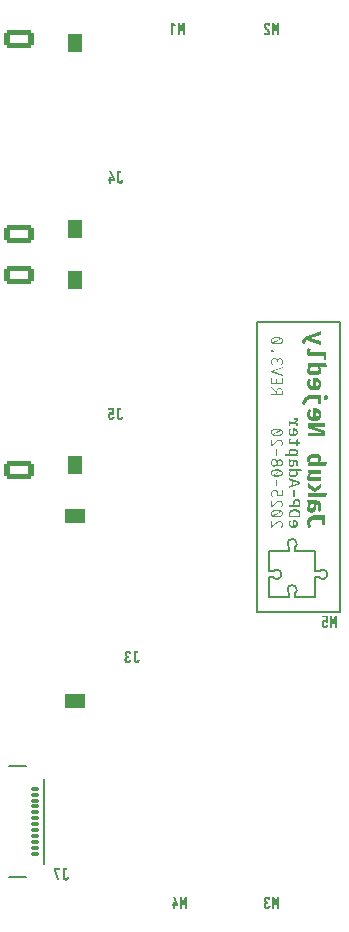
<source format=gbo>
G04 #@! TF.GenerationSoftware,KiCad,Pcbnew,9.0.4*
G04 #@! TF.CreationDate,2025-08-21T00:06:41-07:00*
G04 #@! TF.ProjectId,DisplayAdapter,44697370-6c61-4794-9164-61707465722e,rev?*
G04 #@! TF.SameCoordinates,Original*
G04 #@! TF.FileFunction,Legend,Bot*
G04 #@! TF.FilePolarity,Positive*
%FSLAX46Y46*%
G04 Gerber Fmt 4.6, Leading zero omitted, Abs format (unit mm)*
G04 Created by KiCad (PCBNEW 9.0.4) date 2025-08-21 00:06:41*
%MOMM*%
%LPD*%
G01*
G04 APERTURE LIST*
G04 Aperture macros list*
%AMRoundRect*
0 Rectangle with rounded corners*
0 $1 Rounding radius*
0 $2 $3 $4 $5 $6 $7 $8 $9 X,Y pos of 4 corners*
0 Add a 4 corners polygon primitive as box body*
4,1,4,$2,$3,$4,$5,$6,$7,$8,$9,$2,$3,0*
0 Add four circle primitives for the rounded corners*
1,1,$1+$1,$2,$3*
1,1,$1+$1,$4,$5*
1,1,$1+$1,$6,$7*
1,1,$1+$1,$8,$9*
0 Add four rect primitives between the rounded corners*
20,1,$1+$1,$2,$3,$4,$5,0*
20,1,$1+$1,$4,$5,$6,$7,0*
20,1,$1+$1,$6,$7,$8,$9,0*
20,1,$1+$1,$8,$9,$2,$3,0*%
G04 Aperture macros list end*
%ADD10C,0.150000*%
%ADD11C,0.100000*%
%ADD12C,0.375000*%
%ADD13C,0.200000*%
%ADD14C,0.990600*%
%ADD15C,1.200000*%
%ADD16RoundRect,0.600000X0.450000X-0.000010X0.450000X0.000010X-0.450000X0.000010X-0.450000X-0.000010X0*%
%ADD17RoundRect,0.600000X0.850000X-0.000010X0.850000X0.000010X-0.850000X0.000010X-0.850000X-0.000010X0*%
%ADD18C,0.350000*%
%ADD19RoundRect,0.087500X0.212500X-0.087500X0.212500X0.087500X-0.212500X0.087500X-0.212500X-0.087500X0*%
%ADD20O,0.850000X1.100000*%
%ADD21C,0.550000*%
%ADD22C,0.450000*%
%ADD23O,1.800000X1.150000*%
%ADD24O,2.000000X1.140000*%
%ADD25O,1.600000X1.000000*%
%ADD26O,2.000000X1.150000*%
%ADD27C,1.520000*%
%ADD28RoundRect,0.225000X1.025000X-0.525000X1.025000X0.525000X-1.025000X0.525000X-1.025000X-0.525000X0*%
%ADD29RoundRect,0.750000X-0.600000X-0.000010X0.600000X-0.000010X0.600000X0.000010X-0.600000X0.000010X0*%
%ADD30C,5.300000*%
G04 APERTURE END LIST*
D10*
G36*
X55786147Y-94626174D02*
G01*
X55856794Y-94619152D01*
X55891193Y-94609333D01*
X55922557Y-94593995D01*
X55950946Y-94573620D01*
X55976412Y-94548565D01*
X55997917Y-94519864D01*
X56014880Y-94488421D01*
X56027639Y-94454951D01*
X56036557Y-94420521D01*
X56043579Y-94350607D01*
X56043579Y-94342180D01*
X55851909Y-94342180D01*
X55851909Y-94344989D01*
X55849833Y-94383457D01*
X55840735Y-94420521D01*
X55831991Y-94437637D01*
X55819730Y-94452700D01*
X55804282Y-94463200D01*
X55786147Y-94466683D01*
X55771680Y-94464092D01*
X55758853Y-94456242D01*
X55739985Y-94432428D01*
X55729483Y-94404462D01*
X55723193Y-94375092D01*
X55719713Y-94344989D01*
X55718980Y-94314214D01*
X55718980Y-93746228D01*
X55868701Y-93746228D01*
X55868701Y-93586737D01*
X55528715Y-93586737D01*
X55528715Y-94314214D01*
X55532928Y-94390479D01*
X55539387Y-94428318D01*
X55550392Y-94464607D01*
X55566059Y-94499235D01*
X55586784Y-94532445D01*
X55612086Y-94562112D01*
X55641372Y-94586301D01*
X55674226Y-94604834D01*
X55709882Y-94617076D01*
X55747358Y-94623884D01*
X55786147Y-94626174D01*
G37*
G36*
X55046030Y-94626174D02*
G01*
X55120890Y-94619884D01*
X55157234Y-94611163D01*
X55192270Y-94597536D01*
X55224884Y-94578854D01*
X55254491Y-94554855D01*
X55280092Y-94526576D01*
X55300653Y-94495382D01*
X55316388Y-94461528D01*
X55327276Y-94425467D01*
X55333554Y-94388152D01*
X55335641Y-94350607D01*
X55335641Y-94342180D01*
X55143971Y-94342180D01*
X55143971Y-94346393D01*
X55139087Y-94389075D01*
X55132274Y-94409892D01*
X55121623Y-94428948D01*
X55107107Y-94445010D01*
X55088711Y-94456913D01*
X55067894Y-94464243D01*
X55046030Y-94466683D01*
X55023048Y-94463562D01*
X55001273Y-94454105D01*
X54982473Y-94439518D01*
X54968422Y-94421254D01*
X54958461Y-94400128D01*
X54952302Y-94377168D01*
X54948089Y-94329602D01*
X54951630Y-94286920D01*
X54963537Y-94245643D01*
X54986618Y-94209984D01*
X55002498Y-94195460D01*
X55020873Y-94184094D01*
X55061478Y-94171516D01*
X55104832Y-94168707D01*
X55104832Y-94009216D01*
X55066363Y-94007140D01*
X55048011Y-94003109D01*
X55030643Y-93995233D01*
X55001273Y-93970748D01*
X54981733Y-93937897D01*
X54972635Y-93900833D01*
X54970498Y-93862304D01*
X54973307Y-93821088D01*
X54984542Y-93781887D01*
X54994796Y-93764307D01*
X55009027Y-93749036D01*
X55026351Y-93738487D01*
X55046030Y-93734993D01*
X55064769Y-93738097D01*
X55082422Y-93747632D01*
X55097240Y-93761588D01*
X55107640Y-93777735D01*
X55118814Y-93814799D01*
X55121623Y-93855343D01*
X55121623Y-93859556D01*
X55313232Y-93859556D01*
X55313232Y-93848321D01*
X55305538Y-93776331D01*
X55295888Y-93741397D01*
X55282457Y-93708431D01*
X55264689Y-93677746D01*
X55241913Y-93649691D01*
X55215078Y-93625472D01*
X55185248Y-93606338D01*
X55152775Y-93592014D01*
X55118082Y-93582524D01*
X55046030Y-93575502D01*
X54973307Y-93582524D01*
X54938070Y-93592370D01*
X54905468Y-93607742D01*
X54875796Y-93628285D01*
X54849476Y-93653904D01*
X54827210Y-93683190D01*
X54809603Y-93714781D01*
X54796147Y-93748311D01*
X54786522Y-93783292D01*
X54778828Y-93855343D01*
X54785850Y-93923914D01*
X54794935Y-93956630D01*
X54808199Y-93987540D01*
X54825487Y-94016374D01*
X54846667Y-94042800D01*
X54871293Y-94066182D01*
X54899179Y-94086153D01*
X54867161Y-94106460D01*
X54838301Y-94130971D01*
X54813103Y-94159134D01*
X54792140Y-94190444D01*
X54775855Y-94224339D01*
X54764845Y-94260359D01*
X54758523Y-94297631D01*
X54756419Y-94335219D01*
X54758531Y-94374072D01*
X54764845Y-94412156D01*
X54775481Y-94449151D01*
X54790735Y-94484879D01*
X54810658Y-94518114D01*
X54835493Y-94547833D01*
X54864555Y-94573377D01*
X54897042Y-94593995D01*
X54932222Y-94609396D01*
X54969094Y-94619152D01*
X55046030Y-94626174D01*
G37*
G36*
X49786147Y-113026174D02*
G01*
X49856794Y-113019152D01*
X49891193Y-113009333D01*
X49922557Y-112993995D01*
X49950946Y-112973620D01*
X49976412Y-112948565D01*
X49997917Y-112919864D01*
X50014880Y-112888421D01*
X50027639Y-112854951D01*
X50036557Y-112820521D01*
X50043579Y-112750607D01*
X50043579Y-112742180D01*
X49851909Y-112742180D01*
X49851909Y-112744989D01*
X49849833Y-112783457D01*
X49840735Y-112820521D01*
X49831991Y-112837637D01*
X49819730Y-112852700D01*
X49804282Y-112863200D01*
X49786147Y-112866683D01*
X49771680Y-112864092D01*
X49758853Y-112856242D01*
X49739985Y-112832428D01*
X49729483Y-112804462D01*
X49723193Y-112775092D01*
X49719713Y-112744989D01*
X49718980Y-112714214D01*
X49718980Y-112146228D01*
X49868701Y-112146228D01*
X49868701Y-111986737D01*
X49528715Y-111986737D01*
X49528715Y-112714214D01*
X49532928Y-112790479D01*
X49539387Y-112828318D01*
X49550392Y-112864607D01*
X49566059Y-112899235D01*
X49586784Y-112932445D01*
X49612086Y-112962112D01*
X49641372Y-112986301D01*
X49674226Y-113004834D01*
X49709882Y-113017076D01*
X49747358Y-113023884D01*
X49786147Y-113026174D01*
G37*
G36*
X49222312Y-113015000D02*
G01*
X48974711Y-112146228D01*
X49321658Y-112146228D01*
X49321658Y-111986737D01*
X48778828Y-111986737D01*
X48778828Y-112146228D01*
X49026430Y-113015000D01*
X49222312Y-113015000D01*
G37*
G36*
X54386147Y-74026174D02*
G01*
X54456794Y-74019152D01*
X54491193Y-74009333D01*
X54522557Y-73993995D01*
X54550946Y-73973620D01*
X54576412Y-73948565D01*
X54597917Y-73919864D01*
X54614880Y-73888421D01*
X54627639Y-73854951D01*
X54636557Y-73820521D01*
X54643579Y-73750607D01*
X54643579Y-73742180D01*
X54451909Y-73742180D01*
X54451909Y-73744989D01*
X54449833Y-73783457D01*
X54440735Y-73820521D01*
X54431991Y-73837637D01*
X54419730Y-73852700D01*
X54404282Y-73863200D01*
X54386147Y-73866683D01*
X54371680Y-73864092D01*
X54358853Y-73856242D01*
X54339985Y-73832428D01*
X54329483Y-73804462D01*
X54323193Y-73775092D01*
X54319713Y-73744989D01*
X54318980Y-73714214D01*
X54318980Y-73146228D01*
X54468701Y-73146228D01*
X54468701Y-72986737D01*
X54128715Y-72986737D01*
X54128715Y-73714214D01*
X54132928Y-73790479D01*
X54139387Y-73828318D01*
X54150392Y-73864607D01*
X54166059Y-73899235D01*
X54186784Y-73932445D01*
X54212086Y-73962112D01*
X54241372Y-73986301D01*
X54274226Y-74004834D01*
X54309882Y-74017076D01*
X54347358Y-74023884D01*
X54386147Y-74026174D01*
G37*
G36*
X53646030Y-74026174D02*
G01*
X53717410Y-74019884D01*
X53751649Y-74011168D01*
X53784577Y-73997536D01*
X53815173Y-73979164D01*
X53842646Y-73956259D01*
X53866448Y-73929588D01*
X53885999Y-73900266D01*
X53901368Y-73868628D01*
X53912560Y-73835237D01*
X53924467Y-73764590D01*
X53731393Y-73764590D01*
X53725104Y-73800982D01*
X53709716Y-73834504D01*
X53697656Y-73848139D01*
X53682422Y-73858318D01*
X53665026Y-73864569D01*
X53646030Y-73866683D01*
X53628582Y-73864087D01*
X53612447Y-73856242D01*
X53598477Y-73844365D01*
X53587290Y-73829680D01*
X53572635Y-73795364D01*
X53564209Y-73758972D01*
X53560057Y-73722641D01*
X53559324Y-73686249D01*
X53560057Y-73648452D01*
X53563537Y-73612793D01*
X53571231Y-73577805D01*
X53585214Y-73544282D01*
X53609027Y-73516988D01*
X53624598Y-73508552D01*
X53641878Y-73505753D01*
X53671981Y-73509966D01*
X53685589Y-73515914D01*
X53697138Y-73525354D01*
X53713197Y-73551243D01*
X53718814Y-73581285D01*
X53910484Y-73581285D01*
X53910484Y-72986737D01*
X53405390Y-72986737D01*
X53405390Y-73146228D01*
X53718814Y-73146228D01*
X53718814Y-73353285D01*
X53681018Y-73347667D01*
X53641878Y-73346263D01*
X53600220Y-73348890D01*
X53559324Y-73356765D01*
X53520510Y-73370664D01*
X53485868Y-73391081D01*
X53455387Y-73417497D01*
X53429203Y-73449822D01*
X53407778Y-73485785D01*
X53391407Y-73523278D01*
X53379716Y-73562375D01*
X53372539Y-73603023D01*
X53367654Y-73686249D01*
X53372539Y-73769474D01*
X53379873Y-73810197D01*
X53392140Y-73849952D01*
X53409232Y-73887848D01*
X53431280Y-73923408D01*
X53458118Y-73955132D01*
X53489348Y-73981477D01*
X53524699Y-74001831D01*
X53564209Y-74015671D01*
X53605546Y-74023579D01*
X53646030Y-74026174D01*
G37*
D11*
G36*
X72747731Y-91615000D02*
G01*
X72747731Y-90586737D01*
X72568701Y-90586737D01*
X72449755Y-91069361D01*
X72330808Y-90586737D01*
X72151778Y-90586737D01*
X72151778Y-91615000D01*
X72325252Y-91615000D01*
X72325252Y-91409347D01*
X72323176Y-91281364D01*
X72316154Y-91154724D01*
X72304980Y-91028145D01*
X72291669Y-90901505D01*
X72392419Y-91305788D01*
X72507091Y-91305788D01*
X72607841Y-90901505D01*
X72594530Y-91028145D01*
X72583356Y-91154724D01*
X72576395Y-91281364D01*
X72574258Y-91409347D01*
X72574258Y-91615000D01*
X72747731Y-91615000D01*
G37*
G36*
X71746030Y-91626174D02*
G01*
X71817410Y-91619884D01*
X71851649Y-91611168D01*
X71884577Y-91597536D01*
X71915173Y-91579164D01*
X71942646Y-91556259D01*
X71966448Y-91529588D01*
X71985999Y-91500266D01*
X72001368Y-91468628D01*
X72012560Y-91435237D01*
X72024467Y-91364590D01*
X71831393Y-91364590D01*
X71825104Y-91400982D01*
X71809716Y-91434504D01*
X71797656Y-91448139D01*
X71782422Y-91458318D01*
X71765026Y-91464569D01*
X71746030Y-91466683D01*
X71728582Y-91464087D01*
X71712447Y-91456242D01*
X71698477Y-91444365D01*
X71687290Y-91429680D01*
X71672635Y-91395364D01*
X71664209Y-91358972D01*
X71660057Y-91322641D01*
X71659324Y-91286249D01*
X71660057Y-91248452D01*
X71663537Y-91212793D01*
X71671231Y-91177805D01*
X71685214Y-91144282D01*
X71709027Y-91116988D01*
X71724598Y-91108552D01*
X71741878Y-91105753D01*
X71771981Y-91109966D01*
X71785589Y-91115914D01*
X71797138Y-91125354D01*
X71813197Y-91151243D01*
X71818814Y-91181285D01*
X72010484Y-91181285D01*
X72010484Y-90586737D01*
X71505390Y-90586737D01*
X71505390Y-90746228D01*
X71818814Y-90746228D01*
X71818814Y-90953285D01*
X71781018Y-90947667D01*
X71741878Y-90946263D01*
X71700220Y-90948890D01*
X71659324Y-90956765D01*
X71620510Y-90970664D01*
X71585868Y-90991081D01*
X71555387Y-91017497D01*
X71529203Y-91049822D01*
X71507778Y-91085785D01*
X71491407Y-91123278D01*
X71479716Y-91162375D01*
X71472539Y-91203023D01*
X71467654Y-91286249D01*
X71472539Y-91369474D01*
X71479873Y-91410197D01*
X71492140Y-91449952D01*
X71509232Y-91487848D01*
X71531280Y-91523408D01*
X71558118Y-91555132D01*
X71589348Y-91581477D01*
X71624699Y-91601831D01*
X71664209Y-91615671D01*
X71705546Y-91623579D01*
X71746030Y-91626174D01*
G37*
G36*
X68170113Y-82865867D02*
G01*
X68165936Y-82808375D01*
X68154025Y-82758430D01*
X68134942Y-82714802D01*
X68108339Y-82675380D01*
X68076173Y-82642797D01*
X68037978Y-82616434D01*
X67995590Y-82597327D01*
X67948757Y-82585612D01*
X67896561Y-82581568D01*
X67827145Y-82587651D01*
X67759052Y-82605992D01*
X67692564Y-82636537D01*
X67618368Y-82684272D01*
X67544121Y-82743473D01*
X67455397Y-82824651D01*
X67363666Y-82916727D01*
X67251821Y-83036043D01*
X67251821Y-82558609D01*
X67170000Y-82570821D01*
X67170000Y-83136549D01*
X67249684Y-83136549D01*
X67442819Y-82940544D01*
X67587472Y-82808469D01*
X67649194Y-82760805D01*
X67700556Y-82728053D01*
X67751702Y-82703245D01*
X67798192Y-82688241D01*
X67845750Y-82679922D01*
X67897294Y-82677067D01*
X67955561Y-82683202D01*
X68002053Y-82700313D01*
X68039382Y-82727686D01*
X68067454Y-82764421D01*
X68084879Y-82809883D01*
X68091100Y-82866599D01*
X68087888Y-82918403D01*
X68079085Y-82959913D01*
X68065638Y-82992995D01*
X68034228Y-83039396D01*
X67984183Y-83090631D01*
X68036573Y-83156638D01*
X68080506Y-83114470D01*
X68114065Y-83071857D01*
X68138483Y-83028532D01*
X68155554Y-82981795D01*
X68166319Y-82927979D01*
X68170113Y-82865867D01*
G37*
G36*
X67789487Y-81651494D02*
G01*
X67891761Y-81667906D01*
X67973948Y-81692803D01*
X68039443Y-81724825D01*
X68087309Y-81760301D01*
X68123317Y-81800629D01*
X68148907Y-81846314D01*
X68164632Y-81898427D01*
X68170113Y-81958504D01*
X68164648Y-82018250D01*
X68148951Y-82070189D01*
X68123379Y-82115831D01*
X68087360Y-82156230D01*
X68039443Y-82191878D01*
X67973924Y-82224057D01*
X67891729Y-82249068D01*
X67789463Y-82265551D01*
X67663248Y-82271563D01*
X67536620Y-82265544D01*
X67434118Y-82249050D01*
X67351828Y-82224038D01*
X67286320Y-82191878D01*
X67238403Y-82156230D01*
X67222170Y-82138023D01*
X67389696Y-82138023D01*
X67458094Y-82154348D01*
X67547764Y-82165451D01*
X67663248Y-82169591D01*
X67782525Y-82164912D01*
X67873609Y-82152446D01*
X67941783Y-82134236D01*
X67991693Y-82111828D01*
X68038015Y-82078587D01*
X68068701Y-82042492D01*
X68086537Y-82002947D01*
X68092566Y-81958504D01*
X68088097Y-81915468D01*
X68075288Y-81878710D01*
X68054309Y-81846901D01*
X68024361Y-81819225D01*
X67389696Y-82138023D01*
X67222170Y-82138023D01*
X67202384Y-82115831D01*
X67176812Y-82070189D01*
X67161115Y-82018250D01*
X67155650Y-81958504D01*
X67233869Y-81958504D01*
X67238695Y-82002259D01*
X67252579Y-82039702D01*
X67275494Y-82072234D01*
X67308546Y-82100654D01*
X67950416Y-81781917D01*
X67881244Y-81763883D01*
X67787485Y-81751442D01*
X67663248Y-81746746D01*
X67545245Y-81751373D01*
X67454601Y-81763732D01*
X67386279Y-81781844D01*
X67335840Y-81804204D01*
X67289064Y-81837302D01*
X67258047Y-81873500D01*
X67239987Y-81913402D01*
X67233869Y-81958504D01*
X67155650Y-81958504D01*
X67161131Y-81898427D01*
X67176856Y-81846314D01*
X67202446Y-81800629D01*
X67238454Y-81760301D01*
X67286320Y-81724825D01*
X67351805Y-81692822D01*
X67434086Y-81667924D01*
X67536596Y-81651501D01*
X67663248Y-81645507D01*
X67789487Y-81651494D01*
G37*
G36*
X68170113Y-81144443D02*
G01*
X68165936Y-81086952D01*
X68154025Y-81037007D01*
X68134942Y-80993379D01*
X68108339Y-80953957D01*
X68076173Y-80921373D01*
X68037978Y-80895010D01*
X67995590Y-80875903D01*
X67948757Y-80864189D01*
X67896561Y-80860144D01*
X67827145Y-80866227D01*
X67759052Y-80884569D01*
X67692564Y-80915113D01*
X67618368Y-80962848D01*
X67544121Y-81022050D01*
X67455397Y-81103227D01*
X67363666Y-81195303D01*
X67251821Y-81314619D01*
X67251821Y-80837185D01*
X67170000Y-80849398D01*
X67170000Y-81415125D01*
X67249684Y-81415125D01*
X67442819Y-81219120D01*
X67587472Y-81087046D01*
X67649194Y-81039382D01*
X67700556Y-81006629D01*
X67751702Y-80981822D01*
X67798192Y-80966817D01*
X67845750Y-80958498D01*
X67897294Y-80955643D01*
X67955561Y-80961779D01*
X68002053Y-80978890D01*
X68039382Y-81006263D01*
X68067454Y-81042997D01*
X68084879Y-81088460D01*
X68091100Y-81145176D01*
X68087888Y-81196980D01*
X68079085Y-81238489D01*
X68065638Y-81271571D01*
X68034228Y-81317972D01*
X67984183Y-81369207D01*
X68036573Y-81435214D01*
X68080506Y-81393047D01*
X68114065Y-81350434D01*
X68138483Y-81307109D01*
X68155554Y-81260371D01*
X68166319Y-81206555D01*
X68170113Y-81144443D01*
G37*
G36*
X68156435Y-79980809D02*
G01*
X68080354Y-79996563D01*
X68080354Y-80395045D01*
X67739330Y-80395045D01*
X67762310Y-80347169D01*
X67775600Y-80306018D01*
X67782798Y-80264062D01*
X67785308Y-80216992D01*
X67779969Y-80156707D01*
X67764754Y-80105146D01*
X67740200Y-80060661D01*
X67705929Y-80022086D01*
X67664576Y-79991984D01*
X67614230Y-79969510D01*
X67553050Y-79955094D01*
X67478722Y-79949912D01*
X67414585Y-79954484D01*
X67358144Y-79967591D01*
X67308180Y-79988686D01*
X67263073Y-80018290D01*
X67225737Y-80054705D01*
X67195462Y-80098534D01*
X67173841Y-80147387D01*
X67160368Y-80203170D01*
X67155650Y-80267245D01*
X67159060Y-80322655D01*
X67168885Y-80372294D01*
X67184715Y-80416966D01*
X67219193Y-80480083D01*
X67266231Y-80540797D01*
X67324361Y-80483339D01*
X67283721Y-80433007D01*
X67256095Y-80381734D01*
X67239639Y-80325896D01*
X67233869Y-80260772D01*
X67238181Y-80209674D01*
X67250331Y-80166929D01*
X67269679Y-80130973D01*
X67296334Y-80100671D01*
X67328810Y-80077353D01*
X67369678Y-80059663D01*
X67420798Y-80048140D01*
X67484462Y-80043946D01*
X67541182Y-80047301D01*
X67584965Y-80056333D01*
X67618368Y-80069836D01*
X67648261Y-80089574D01*
X67670926Y-80112587D01*
X67687306Y-80139139D01*
X67702537Y-80184282D01*
X67707761Y-80234944D01*
X67705425Y-80281897D01*
X67699152Y-80318230D01*
X67674727Y-80399380D01*
X67674727Y-80479736D01*
X68156435Y-80479736D01*
X68156435Y-79980809D01*
G37*
G36*
X67577824Y-79657126D02*
G01*
X67661050Y-79657126D01*
X67661050Y-79095673D01*
X67577824Y-79095673D01*
X67577824Y-79657126D01*
G37*
G36*
X67789487Y-78208647D02*
G01*
X67891761Y-78225059D01*
X67973948Y-78249956D01*
X68039443Y-78281978D01*
X68087309Y-78317454D01*
X68123317Y-78357782D01*
X68148907Y-78403467D01*
X68164632Y-78455580D01*
X68170113Y-78515657D01*
X68164648Y-78575403D01*
X68148951Y-78627341D01*
X68123379Y-78672984D01*
X68087360Y-78713383D01*
X68039443Y-78749031D01*
X67973924Y-78781210D01*
X67891729Y-78806220D01*
X67789463Y-78822704D01*
X67663248Y-78828715D01*
X67536620Y-78822697D01*
X67434118Y-78806203D01*
X67351828Y-78781191D01*
X67286320Y-78749031D01*
X67238403Y-78713383D01*
X67222170Y-78695176D01*
X67389696Y-78695176D01*
X67458094Y-78711501D01*
X67547764Y-78722604D01*
X67663248Y-78726744D01*
X67782525Y-78722065D01*
X67873609Y-78709599D01*
X67941783Y-78691388D01*
X67991693Y-78668981D01*
X68038015Y-78635740D01*
X68068701Y-78599645D01*
X68086537Y-78560099D01*
X68092566Y-78515657D01*
X68088097Y-78472620D01*
X68075288Y-78435863D01*
X68054309Y-78404054D01*
X68024361Y-78376378D01*
X67389696Y-78695176D01*
X67222170Y-78695176D01*
X67202384Y-78672984D01*
X67176812Y-78627341D01*
X67161115Y-78575403D01*
X67155650Y-78515657D01*
X67233869Y-78515657D01*
X67238695Y-78559412D01*
X67252579Y-78596855D01*
X67275494Y-78629387D01*
X67308546Y-78657807D01*
X67950416Y-78339070D01*
X67881244Y-78321036D01*
X67787485Y-78308595D01*
X67663248Y-78303899D01*
X67545245Y-78308526D01*
X67454601Y-78320885D01*
X67386279Y-78338997D01*
X67335840Y-78361357D01*
X67289064Y-78394454D01*
X67258047Y-78430652D01*
X67239987Y-78470554D01*
X67233869Y-78515657D01*
X67155650Y-78515657D01*
X67161131Y-78455580D01*
X67176856Y-78403467D01*
X67202446Y-78357782D01*
X67238454Y-78317454D01*
X67286320Y-78281978D01*
X67351805Y-78249975D01*
X67434086Y-78225076D01*
X67536596Y-78208654D01*
X67663248Y-78202660D01*
X67789487Y-78208647D01*
G37*
G36*
X67493809Y-77335185D02*
G01*
X67546709Y-77355311D01*
X67593944Y-77388965D01*
X67634192Y-77432338D01*
X67668531Y-77484011D01*
X67696953Y-77545097D01*
X67746121Y-77468537D01*
X67795689Y-77415160D01*
X67833519Y-77389254D01*
X67875329Y-77373797D01*
X67922390Y-77368510D01*
X67985849Y-77375411D01*
X68036573Y-77394705D01*
X68079667Y-77425215D01*
X68113387Y-77463642D01*
X68138854Y-77508193D01*
X68156435Y-77556577D01*
X68166746Y-77606863D01*
X68170113Y-77655678D01*
X68166877Y-77698064D01*
X68156435Y-77746903D01*
X68138788Y-77794852D01*
X68112655Y-77840570D01*
X68078212Y-77880584D01*
X68034375Y-77913110D01*
X68001226Y-77928431D01*
X67962603Y-77938048D01*
X67917383Y-77941442D01*
X67863748Y-77936468D01*
X67818855Y-77922399D01*
X67780973Y-77899799D01*
X67748416Y-77869233D01*
X67718955Y-77829538D01*
X67692679Y-77779143D01*
X67661132Y-77837717D01*
X67626159Y-77886268D01*
X67587838Y-77925994D01*
X67543431Y-77956558D01*
X67492146Y-77975145D01*
X67432072Y-77981620D01*
X67380515Y-77977184D01*
X67333664Y-77964230D01*
X67290594Y-77942847D01*
X67252364Y-77913680D01*
X67219540Y-77876808D01*
X67191859Y-77831228D01*
X67172305Y-77781379D01*
X67159991Y-77723817D01*
X67155837Y-77660013D01*
X67234602Y-77660013D01*
X67241106Y-77732531D01*
X67258667Y-77787142D01*
X67285587Y-77827991D01*
X67322995Y-77858885D01*
X67369471Y-77877928D01*
X67427737Y-77884717D01*
X67492992Y-77878160D01*
X67542592Y-77860293D01*
X67584693Y-77831893D01*
X67618002Y-77796423D01*
X67644805Y-77755563D01*
X67666118Y-77712404D01*
X67629094Y-77612630D01*
X67719973Y-77612630D01*
X67763387Y-77738232D01*
X67788107Y-77787284D01*
X67817915Y-77821519D01*
X67842330Y-77837153D01*
X67874078Y-77847249D01*
X67915245Y-77850950D01*
X67968974Y-77844775D01*
X68012066Y-77827429D01*
X68046953Y-77799293D01*
X68072604Y-77762119D01*
X68088836Y-77715165D01*
X68094703Y-77655678D01*
X68088920Y-77595107D01*
X68073008Y-77547737D01*
X68048053Y-77510659D01*
X68013893Y-77482388D01*
X67972059Y-77465076D01*
X67920252Y-77458941D01*
X67871464Y-77463790D01*
X67832957Y-77477215D01*
X67802466Y-77498447D01*
X67762772Y-77543883D01*
X67719973Y-77612630D01*
X67629094Y-77612630D01*
X67611896Y-77566285D01*
X67580476Y-77506546D01*
X67544057Y-77463276D01*
X67514648Y-77442793D01*
X67477772Y-77429885D01*
X67431339Y-77425235D01*
X67377101Y-77432215D01*
X67330712Y-77452474D01*
X67290228Y-77486601D01*
X67260509Y-77530684D01*
X67241518Y-77587299D01*
X67234602Y-77660013D01*
X67155837Y-77660013D01*
X67155650Y-77657144D01*
X67159816Y-77592324D01*
X67171735Y-77535267D01*
X67190821Y-77484830D01*
X67217841Y-77438457D01*
X67250417Y-77400360D01*
X67288824Y-77369609D01*
X67332319Y-77346844D01*
X67380180Y-77333022D01*
X67433476Y-77328271D01*
X67493809Y-77335185D01*
G37*
G36*
X67577824Y-77074991D02*
G01*
X67661050Y-77074991D01*
X67661050Y-76513538D01*
X67577824Y-76513538D01*
X67577824Y-77074991D01*
G37*
G36*
X68170113Y-75980172D02*
G01*
X68165936Y-75922681D01*
X68154025Y-75872736D01*
X68134942Y-75829108D01*
X68108339Y-75789686D01*
X68076173Y-75757102D01*
X68037978Y-75730739D01*
X67995590Y-75711632D01*
X67948757Y-75699918D01*
X67896561Y-75695874D01*
X67827145Y-75701956D01*
X67759052Y-75720298D01*
X67692564Y-75750843D01*
X67618368Y-75798578D01*
X67544121Y-75857779D01*
X67455397Y-75938956D01*
X67363666Y-76031033D01*
X67251821Y-76150348D01*
X67251821Y-75672915D01*
X67170000Y-75685127D01*
X67170000Y-76250854D01*
X67249684Y-76250854D01*
X67442819Y-76054849D01*
X67587472Y-75922775D01*
X67649194Y-75875111D01*
X67700556Y-75842358D01*
X67751702Y-75817551D01*
X67798192Y-75802547D01*
X67845750Y-75794228D01*
X67897294Y-75791372D01*
X67955561Y-75797508D01*
X68002053Y-75814619D01*
X68039382Y-75841992D01*
X68067454Y-75878727D01*
X68084879Y-75924189D01*
X68091100Y-75980905D01*
X68087888Y-76032709D01*
X68079085Y-76074219D01*
X68065638Y-76107301D01*
X68034228Y-76153702D01*
X67984183Y-76204937D01*
X68036573Y-76270943D01*
X68080506Y-76228776D01*
X68114065Y-76186163D01*
X68138483Y-76142838D01*
X68155554Y-76096101D01*
X68166319Y-76042284D01*
X68170113Y-75980172D01*
G37*
G36*
X67789487Y-74765800D02*
G01*
X67891761Y-74782212D01*
X67973948Y-74807109D01*
X68039443Y-74839131D01*
X68087309Y-74874607D01*
X68123317Y-74914935D01*
X68148907Y-74960620D01*
X68164632Y-75012732D01*
X68170113Y-75072810D01*
X68164648Y-75132556D01*
X68148951Y-75184494D01*
X68123379Y-75230137D01*
X68087360Y-75270535D01*
X68039443Y-75306184D01*
X67973924Y-75338363D01*
X67891729Y-75363373D01*
X67789463Y-75379856D01*
X67663248Y-75385868D01*
X67536620Y-75379850D01*
X67434118Y-75363356D01*
X67351828Y-75338344D01*
X67286320Y-75306184D01*
X67238403Y-75270535D01*
X67222170Y-75252329D01*
X67389696Y-75252329D01*
X67458094Y-75268654D01*
X67547764Y-75279757D01*
X67663248Y-75283897D01*
X67782525Y-75279218D01*
X67873609Y-75266752D01*
X67941783Y-75248541D01*
X67991693Y-75226133D01*
X68038015Y-75192893D01*
X68068701Y-75156797D01*
X68086537Y-75117252D01*
X68092566Y-75072810D01*
X68088097Y-75029773D01*
X68075288Y-74993016D01*
X68054309Y-74961207D01*
X68024361Y-74933531D01*
X67389696Y-75252329D01*
X67222170Y-75252329D01*
X67202384Y-75230137D01*
X67176812Y-75184494D01*
X67161115Y-75132556D01*
X67155650Y-75072810D01*
X67233869Y-75072810D01*
X67238695Y-75116565D01*
X67252579Y-75154007D01*
X67275494Y-75186539D01*
X67308546Y-75214959D01*
X67950416Y-74896222D01*
X67881244Y-74878189D01*
X67787485Y-74865748D01*
X67663248Y-74861051D01*
X67545245Y-74865678D01*
X67454601Y-74878038D01*
X67386279Y-74896149D01*
X67335840Y-74918510D01*
X67289064Y-74951607D01*
X67258047Y-74987805D01*
X67239987Y-75027707D01*
X67233869Y-75072810D01*
X67155650Y-75072810D01*
X67161131Y-75012732D01*
X67176856Y-74960620D01*
X67202446Y-74914935D01*
X67238454Y-74874607D01*
X67286320Y-74839131D01*
X67351805Y-74807128D01*
X67434086Y-74782229D01*
X67536596Y-74765806D01*
X67663248Y-74759813D01*
X67789487Y-74765800D01*
G37*
G36*
X68327344Y-73314078D02*
G01*
X67024980Y-73314078D01*
X67024980Y-73390160D01*
X68327344Y-73390160D01*
X68327344Y-73314078D01*
G37*
G36*
X67614399Y-71553148D02*
G01*
X67634853Y-71484288D01*
X67665019Y-71423944D01*
X67705790Y-71372212D01*
X67756182Y-71332780D01*
X67794599Y-71314346D01*
X67837932Y-71302971D01*
X67887219Y-71299014D01*
X67951356Y-71305233D01*
X68004788Y-71322823D01*
X68049696Y-71351151D01*
X68087498Y-71390910D01*
X68115597Y-71437775D01*
X68137166Y-71496508D01*
X68151292Y-71569633D01*
X68156435Y-71660127D01*
X68156435Y-71896310D01*
X67170000Y-71896310D01*
X67170000Y-71804413D01*
X67607255Y-71804413D01*
X67607255Y-71650785D01*
X67597348Y-71644312D01*
X67686207Y-71644312D01*
X67686207Y-71804413D01*
X68077484Y-71804413D01*
X68077484Y-71641442D01*
X68071572Y-71559340D01*
X68056068Y-71500308D01*
X68033337Y-71458749D01*
X68009174Y-71434315D01*
X67977971Y-71416213D01*
X67938085Y-71404520D01*
X67887219Y-71400252D01*
X67832486Y-71404954D01*
X67789944Y-71417798D01*
X67756980Y-71437654D01*
X67731758Y-71464488D01*
X67707752Y-71509613D01*
X67692009Y-71568345D01*
X67686207Y-71644312D01*
X67597348Y-71644312D01*
X67170000Y-71365081D01*
X67170000Y-71250165D01*
X67614399Y-71553148D01*
G37*
G36*
X68074614Y-70914270D02*
G01*
X67713501Y-70914270D01*
X67713501Y-70540945D01*
X67629481Y-70540945D01*
X67629481Y-70914270D01*
X67249684Y-70914270D01*
X67249684Y-70454056D01*
X67170000Y-70454056D01*
X67170000Y-71006167D01*
X68156435Y-71006167D01*
X68156435Y-70470603D01*
X68074614Y-70482815D01*
X68074614Y-70914270D01*
G37*
G36*
X67299204Y-69906402D02*
G01*
X68156435Y-69615631D01*
X68156435Y-69524467D01*
X67170000Y-69868361D01*
X67170000Y-69948778D01*
X68156435Y-70293344D01*
X68156435Y-70193571D01*
X67299204Y-69906402D01*
G37*
G36*
X68170113Y-69094478D02*
G01*
X68166148Y-69035937D01*
X68154829Y-68984759D01*
X68136713Y-68939811D01*
X68111439Y-68898547D01*
X68081827Y-68864838D01*
X68047686Y-68837840D01*
X68009279Y-68817657D01*
X67968720Y-68805632D01*
X67925259Y-68801570D01*
X67868490Y-68808381D01*
X67817182Y-68828497D01*
X67772189Y-68859675D01*
X67736460Y-68898534D01*
X67710648Y-68943555D01*
X67696953Y-68991102D01*
X67687749Y-68937962D01*
X67665385Y-68885956D01*
X67631048Y-68840132D01*
X67584235Y-68802669D01*
X67547980Y-68784970D01*
X67505801Y-68773902D01*
X67456435Y-68770001D01*
X67400202Y-68774808D01*
X67349081Y-68788845D01*
X67302074Y-68812011D01*
X67260061Y-68843442D01*
X67224411Y-68882075D01*
X67194729Y-68928698D01*
X67173388Y-68979768D01*
X67160216Y-69036600D01*
X67155650Y-69100279D01*
X67162766Y-69174973D01*
X67185081Y-69254945D01*
X67208948Y-69305459D01*
X67241283Y-69350374D01*
X67282718Y-69390317D01*
X67332971Y-69322845D01*
X67289669Y-69276580D01*
X67258660Y-69220874D01*
X67239966Y-69159883D01*
X67233869Y-69099546D01*
X67238027Y-69043593D01*
X67249665Y-68997107D01*
X67267964Y-68958409D01*
X67292732Y-68926195D01*
X67324038Y-68899794D01*
X67360228Y-68880767D01*
X67402256Y-68868929D01*
X67451428Y-68864767D01*
X67501521Y-68868422D01*
X67540606Y-68878363D01*
X67570924Y-68893527D01*
X67597191Y-68914978D01*
X67617642Y-68940639D01*
X67632718Y-68971074D01*
X67646289Y-69021747D01*
X67651036Y-69080129D01*
X67651036Y-69160546D01*
X67727850Y-69149066D01*
X67727850Y-69093073D01*
X67732777Y-69044550D01*
X67747573Y-68997941D01*
X67772656Y-68956464D01*
X67808633Y-68922897D01*
X67837494Y-68906990D01*
X67871866Y-68897009D01*
X67913047Y-68893466D01*
X67957140Y-68897524D01*
X67993502Y-68908928D01*
X68023681Y-68927123D01*
X68048724Y-68952390D01*
X68074037Y-68993683D01*
X68089394Y-69040120D01*
X68094703Y-69093073D01*
X68088833Y-69155597D01*
X68072416Y-69206524D01*
X68044988Y-69253542D01*
X68002074Y-69305565D01*
X68062402Y-69357283D01*
X68112632Y-69292950D01*
X68144956Y-69228811D01*
X68163908Y-69161376D01*
X68170113Y-69094478D01*
G37*
G36*
X67273375Y-68304169D02*
G01*
X67304596Y-68300434D01*
X67331529Y-68289605D01*
X67355197Y-68271502D01*
X67373473Y-68247982D01*
X67384436Y-68220946D01*
X67388230Y-68189314D01*
X67384414Y-68156685D01*
X67373426Y-68128930D01*
X67355197Y-68104928D01*
X67331477Y-68086387D01*
X67304546Y-68075334D01*
X67273375Y-68071528D01*
X67241248Y-68075354D01*
X67213594Y-68086432D01*
X67189356Y-68104928D01*
X67170728Y-68128978D01*
X67159533Y-68156731D01*
X67155650Y-68189314D01*
X67159510Y-68220900D01*
X67170679Y-68247933D01*
X67189356Y-68271502D01*
X67213541Y-68289563D01*
X67241198Y-68300415D01*
X67273375Y-68304169D01*
G37*
G36*
X67789487Y-67019393D02*
G01*
X67891761Y-67035806D01*
X67973948Y-67060703D01*
X68039443Y-67092725D01*
X68087309Y-67128201D01*
X68123317Y-67168529D01*
X68148907Y-67214214D01*
X68164632Y-67266326D01*
X68170113Y-67326404D01*
X68164648Y-67386150D01*
X68148951Y-67438088D01*
X68123379Y-67483731D01*
X68087360Y-67524129D01*
X68039443Y-67559778D01*
X67973924Y-67591957D01*
X67891729Y-67616967D01*
X67789463Y-67633450D01*
X67663248Y-67639462D01*
X67536620Y-67633443D01*
X67434118Y-67616950D01*
X67351828Y-67591938D01*
X67286320Y-67559778D01*
X67238403Y-67524129D01*
X67222170Y-67505922D01*
X67389696Y-67505922D01*
X67458094Y-67522248D01*
X67547764Y-67533351D01*
X67663248Y-67537491D01*
X67782525Y-67532812D01*
X67873609Y-67520346D01*
X67941783Y-67502135D01*
X67991693Y-67479727D01*
X68038015Y-67446487D01*
X68068701Y-67410391D01*
X68086537Y-67370846D01*
X68092566Y-67326404D01*
X68088097Y-67283367D01*
X68075288Y-67246610D01*
X68054309Y-67214801D01*
X68024361Y-67187124D01*
X67389696Y-67505922D01*
X67222170Y-67505922D01*
X67202384Y-67483731D01*
X67176812Y-67438088D01*
X67161115Y-67386150D01*
X67155650Y-67326404D01*
X67233869Y-67326404D01*
X67238695Y-67370159D01*
X67252579Y-67407601D01*
X67275494Y-67440133D01*
X67308546Y-67468553D01*
X67950416Y-67149816D01*
X67881244Y-67131782D01*
X67787485Y-67119342D01*
X67663248Y-67114645D01*
X67545245Y-67119272D01*
X67454601Y-67131631D01*
X67386279Y-67149743D01*
X67335840Y-67172103D01*
X67289064Y-67205201D01*
X67258047Y-67241399D01*
X67239987Y-67281301D01*
X67233869Y-67326404D01*
X67155650Y-67326404D01*
X67161131Y-67266326D01*
X67176856Y-67214214D01*
X67202446Y-67168529D01*
X67238454Y-67128201D01*
X67286320Y-67092725D01*
X67351805Y-67060721D01*
X67434086Y-67035823D01*
X67536596Y-67019400D01*
X67663248Y-67013407D01*
X67789487Y-67019393D01*
G37*
G36*
X69157617Y-82488722D02*
G01*
X69231908Y-82506114D01*
X69294413Y-82533488D01*
X69347041Y-82570455D01*
X69390902Y-82617763D01*
X69422182Y-82672265D01*
X69441506Y-82735388D01*
X69448279Y-82809202D01*
X69442098Y-82879334D01*
X69424340Y-82940505D01*
X69395462Y-82994399D01*
X69356431Y-83041814D01*
X69309133Y-83081408D01*
X69252580Y-83113590D01*
X69191260Y-83136326D01*
X69123538Y-83150372D01*
X69048332Y-83155233D01*
X68970754Y-83150276D01*
X68902020Y-83136057D01*
X68840847Y-83113224D01*
X68784986Y-83080513D01*
X68738670Y-83039560D01*
X68700896Y-82989759D01*
X68700719Y-82989392D01*
X69107255Y-82989392D01*
X69181821Y-82978670D01*
X69236254Y-82959201D01*
X69275233Y-82932667D01*
X69305181Y-82896731D01*
X69322965Y-82855652D01*
X69329089Y-82807737D01*
X69322346Y-82756983D01*
X69303260Y-82716537D01*
X69271631Y-82683906D01*
X69231060Y-82660857D01*
X69177453Y-82645141D01*
X69107255Y-82638293D01*
X69107255Y-82989392D01*
X68700719Y-82989392D01*
X68673721Y-82933371D01*
X68656669Y-82867391D01*
X68650643Y-82789785D01*
X68657210Y-82710554D01*
X68676472Y-82637622D01*
X68707048Y-82570221D01*
X68745409Y-82513363D01*
X68841580Y-82583033D01*
X68813202Y-82631809D01*
X68792732Y-82678899D01*
X68779909Y-82727947D01*
X68775512Y-82781908D01*
X68781490Y-82834939D01*
X68798878Y-82881469D01*
X68827903Y-82923019D01*
X68855805Y-82947458D01*
X68892031Y-82966891D01*
X68938439Y-82980959D01*
X68997407Y-82988660D01*
X68997407Y-82486130D01*
X69030746Y-82483627D01*
X69069153Y-82482527D01*
X69157617Y-82488722D01*
G37*
G36*
X69273152Y-81588886D02*
G01*
X69355641Y-81602846D01*
X69421290Y-81623953D01*
X69482716Y-81655023D01*
X69531667Y-81691070D01*
X69569912Y-81732030D01*
X69600957Y-81779094D01*
X69624714Y-81829877D01*
X69641353Y-81884926D01*
X69655874Y-81970957D01*
X69660771Y-82060476D01*
X69660771Y-82286645D01*
X68670000Y-82286645D01*
X68670000Y-82043928D01*
X68671010Y-82028175D01*
X68796334Y-82028175D01*
X68796334Y-82120071D01*
X69532971Y-82120071D01*
X69532971Y-82028907D01*
X69529737Y-81979730D01*
X69520026Y-81931271D01*
X69501262Y-81885909D01*
X69469773Y-81844382D01*
X69442886Y-81821516D01*
X69407137Y-81800716D01*
X69360657Y-81782283D01*
X69312146Y-81770155D01*
X69249675Y-81761984D01*
X69170392Y-81758958D01*
X69062248Y-81765132D01*
X68984096Y-81781245D01*
X68916988Y-81808718D01*
X68870279Y-81841878D01*
X68835112Y-81883236D01*
X68812821Y-81928401D01*
X68800473Y-81977265D01*
X68796334Y-82028175D01*
X68671010Y-82028175D01*
X68675267Y-81961789D01*
X68691188Y-81879553D01*
X68708924Y-81826676D01*
X68733822Y-81777288D01*
X68766170Y-81730931D01*
X68805486Y-81690657D01*
X68855628Y-81654958D01*
X68918394Y-81623953D01*
X68985225Y-81602776D01*
X69068173Y-81588850D01*
X69170392Y-81583775D01*
X69273152Y-81588886D01*
G37*
G36*
X69413158Y-80722746D02*
G01*
X69466763Y-80736163D01*
X69512379Y-80757466D01*
X69551290Y-80786537D01*
X69584323Y-80823935D01*
X69615938Y-80877960D01*
X69639833Y-80943227D01*
X69655237Y-81021886D01*
X69660771Y-81116477D01*
X69660771Y-81391434D01*
X68670000Y-81391434D01*
X68670000Y-81224860D01*
X69023236Y-81224860D01*
X69023236Y-81104998D01*
X69023313Y-81103532D01*
X69150303Y-81103532D01*
X69150303Y-81224860D01*
X69535840Y-81224860D01*
X69535840Y-81105730D01*
X69530549Y-81042349D01*
X69515926Y-80991624D01*
X69493098Y-80951003D01*
X69469655Y-80926934D01*
X69438997Y-80909041D01*
X69399399Y-80897432D01*
X69348445Y-80893178D01*
X69291963Y-80897624D01*
X69249161Y-80909597D01*
X69217028Y-80927741D01*
X69193351Y-80951735D01*
X69170188Y-80992784D01*
X69155543Y-81042666D01*
X69150303Y-81103532D01*
X69023313Y-81103532D01*
X69027197Y-81029903D01*
X69038524Y-80963385D01*
X69056575Y-80904352D01*
X69083588Y-80849670D01*
X69118638Y-80804472D01*
X69162149Y-80767576D01*
X69212551Y-80741013D01*
X69274246Y-80724081D01*
X69349911Y-80717995D01*
X69413158Y-80722746D01*
G37*
G36*
X69053400Y-80533592D02*
G01*
X69185474Y-80533592D01*
X69185474Y-79940570D01*
X69053400Y-79940570D01*
X69053400Y-80533592D01*
G37*
G36*
X69660771Y-79272993D02*
G01*
X69660771Y-79479745D01*
X68670000Y-79794940D01*
X68670000Y-79625497D01*
X68908381Y-79556559D01*
X68908381Y-79522121D01*
X69036852Y-79522121D01*
X69531566Y-79379239D01*
X69036852Y-79237822D01*
X69036852Y-79522121D01*
X68908381Y-79522121D01*
X68908381Y-79202651D01*
X68670000Y-79133714D01*
X68670000Y-78957126D01*
X69660771Y-79272993D01*
G37*
G36*
X69750530Y-78373508D02*
G01*
X69365664Y-78373508D01*
X69401828Y-78413201D01*
X69427332Y-78457554D01*
X69442889Y-78507520D01*
X69448279Y-78564506D01*
X69442277Y-78625415D01*
X69424970Y-78678488D01*
X69396561Y-78725340D01*
X69358693Y-78765634D01*
X69311856Y-78799827D01*
X69254717Y-78827983D01*
X69193676Y-78847479D01*
X69125479Y-78859648D01*
X69049064Y-78863886D01*
X68969959Y-78860180D01*
X68900716Y-78849658D01*
X68840115Y-78833051D01*
X68783159Y-78808040D01*
X68737158Y-78776787D01*
X68700530Y-78739323D01*
X68673467Y-78695013D01*
X68656612Y-78642233D01*
X68650643Y-78578855D01*
X68653913Y-78536479D01*
X68774108Y-78536479D01*
X68778253Y-78572072D01*
X68790217Y-78602567D01*
X68810107Y-78629148D01*
X68839077Y-78652433D01*
X68884696Y-78673300D01*
X68952252Y-78687999D01*
X69049064Y-78693710D01*
X69143032Y-78687604D01*
X69210440Y-78671658D01*
X69257648Y-78648525D01*
X69287381Y-78623253D01*
X69307965Y-78594326D01*
X69320424Y-78561037D01*
X69324754Y-78522130D01*
X69319193Y-78478059D01*
X69302833Y-78438904D01*
X69276866Y-78404370D01*
X69240795Y-78373508D01*
X68881819Y-78373508D01*
X68840401Y-78404700D01*
X68805676Y-78441774D01*
X68788235Y-78469949D01*
X68777722Y-78501225D01*
X68774108Y-78536479D01*
X68653913Y-78536479D01*
X68654021Y-78535086D01*
X68663879Y-78495111D01*
X68680075Y-78458260D01*
X68715213Y-78408619D01*
X68763361Y-78365631D01*
X68670000Y-78354152D01*
X68670000Y-78212674D01*
X69732578Y-78212674D01*
X69750530Y-78373508D01*
G37*
G36*
X68773551Y-77347911D02*
G01*
X68790594Y-77364907D01*
X68814337Y-77374531D01*
X68855929Y-77378524D01*
X69194084Y-77378524D01*
X69252764Y-77383633D01*
X69302378Y-77398113D01*
X69344632Y-77421337D01*
X69380746Y-77453567D01*
X69408440Y-77492529D01*
X69429507Y-77541774D01*
X69443264Y-77603600D01*
X69448279Y-77680835D01*
X69445278Y-77740028D01*
X69435701Y-77807170D01*
X69419845Y-77875313D01*
X69396561Y-77946449D01*
X69283110Y-77906943D01*
X69300885Y-77849126D01*
X69312908Y-77795690D01*
X69320417Y-77744336D01*
X69322616Y-77705198D01*
X69318561Y-77652871D01*
X69307537Y-77612294D01*
X69290682Y-77581001D01*
X69266099Y-77557180D01*
X69231902Y-77542076D01*
X69184741Y-77536488D01*
X69135221Y-77536488D01*
X69135221Y-77644931D01*
X69130425Y-77733634D01*
X69117208Y-77805987D01*
X69096979Y-77864679D01*
X69070619Y-77912011D01*
X69034703Y-77952970D01*
X68992871Y-77981639D01*
X68943978Y-77999173D01*
X68886093Y-78005312D01*
X68834242Y-78000850D01*
X68789338Y-77988082D01*
X68750104Y-77967419D01*
X68715612Y-77938572D01*
X68687979Y-77903395D01*
X68667810Y-77862124D01*
X68655131Y-77813574D01*
X68650643Y-77756184D01*
X68655214Y-77707397D01*
X68769101Y-77707397D01*
X68774769Y-77756704D01*
X68789884Y-77791483D01*
X68813384Y-77815630D01*
X68846678Y-77830921D01*
X68893299Y-77836601D01*
X68934908Y-77830961D01*
X68968845Y-77814828D01*
X68996980Y-77787814D01*
X69016148Y-77752889D01*
X69029521Y-77700802D01*
X69034715Y-77625514D01*
X69034715Y-77536488D01*
X68867409Y-77536488D01*
X68825849Y-77569809D01*
X68794930Y-77611898D01*
X68775419Y-77659615D01*
X68769101Y-77707397D01*
X68655214Y-77707397D01*
X68657270Y-77685454D01*
X68676838Y-77619836D01*
X68697440Y-77579457D01*
X68723774Y-77544454D01*
X68756156Y-77514262D01*
X68725267Y-77498125D01*
X68700920Y-77477955D01*
X68682212Y-77453567D01*
X68662615Y-77410214D01*
X68651315Y-77357030D01*
X68760491Y-77321127D01*
X68773551Y-77347911D01*
G37*
G36*
X69130766Y-76455118D02*
G01*
X69200330Y-76464467D01*
X69260518Y-76479099D01*
X69317364Y-76501806D01*
X69362970Y-76531027D01*
X69399064Y-76566660D01*
X69425535Y-76609412D01*
X69442269Y-76662156D01*
X69448279Y-76727494D01*
X69440857Y-76788920D01*
X69418482Y-76847356D01*
X69382250Y-76899921D01*
X69330493Y-76947191D01*
X69428129Y-76957205D01*
X69428129Y-77097217D01*
X68360544Y-77097217D01*
X68378496Y-76936383D01*
X68734602Y-76936383D01*
X68697921Y-76896972D01*
X68672007Y-76852528D01*
X68656154Y-76802033D01*
X68654666Y-76786357D01*
X68776245Y-76786357D01*
X68781518Y-76830626D01*
X68796926Y-76869609D01*
X68822861Y-76904630D01*
X68860997Y-76936383D01*
X69215638Y-76936383D01*
X69256508Y-76905126D01*
X69291720Y-76867140D01*
X69309657Y-76838240D01*
X69320370Y-76806798D01*
X69324021Y-76772008D01*
X69319826Y-76735602D01*
X69307864Y-76705308D01*
X69288205Y-76679744D01*
X69259785Y-76658190D01*
X69214883Y-76639268D01*
X69147424Y-76625786D01*
X69049797Y-76620516D01*
X68954579Y-76626331D01*
X68887483Y-76641373D01*
X68841580Y-76662892D01*
X68812807Y-76686678D01*
X68792764Y-76714567D01*
X68780531Y-76747336D01*
X68776245Y-76786357D01*
X68654666Y-76786357D01*
X68650643Y-76743981D01*
X68656722Y-76681672D01*
X68674080Y-76628581D01*
X68702301Y-76582841D01*
X68740147Y-76543839D01*
X68787055Y-76511181D01*
X68844450Y-76484839D01*
X68905630Y-76466922D01*
X68973991Y-76455713D01*
X69050530Y-76451805D01*
X69130766Y-76455118D01*
G37*
G36*
X68710177Y-75603306D02*
G01*
X68686692Y-75647786D01*
X68667130Y-75703079D01*
X68654810Y-75762147D01*
X68650643Y-75824406D01*
X68655553Y-75890566D01*
X68669197Y-75944671D01*
X68690495Y-75988929D01*
X68719153Y-76025052D01*
X68755436Y-76054584D01*
X68796905Y-76075832D01*
X68844563Y-76089008D01*
X68899771Y-76093623D01*
X69311137Y-76093623D01*
X69311137Y-76262334D01*
X69428129Y-76262334D01*
X69428129Y-76093623D01*
X69597573Y-76093623D01*
X69616990Y-75932789D01*
X69428129Y-75932789D01*
X69428129Y-75677250D01*
X69311137Y-75695202D01*
X69311137Y-75932789D01*
X68901175Y-75932789D01*
X68861649Y-75928917D01*
X68832191Y-75918463D01*
X68810378Y-75902320D01*
X68794924Y-75879960D01*
X68784538Y-75847724D01*
X68780580Y-75802180D01*
X68783172Y-75761580D01*
X68790594Y-75725732D01*
X68816484Y-75661435D01*
X68710177Y-75603306D01*
G37*
G36*
X69157617Y-74742316D02*
G01*
X69231908Y-74759708D01*
X69294413Y-74787082D01*
X69347041Y-74824049D01*
X69390902Y-74871357D01*
X69422182Y-74925859D01*
X69441506Y-74988982D01*
X69448279Y-75062796D01*
X69442098Y-75132928D01*
X69424340Y-75194099D01*
X69395462Y-75247993D01*
X69356431Y-75295408D01*
X69309133Y-75335002D01*
X69252580Y-75367184D01*
X69191260Y-75389920D01*
X69123538Y-75403966D01*
X69048332Y-75408827D01*
X68970754Y-75403870D01*
X68902020Y-75389651D01*
X68840847Y-75366817D01*
X68784986Y-75334107D01*
X68738670Y-75293154D01*
X68700896Y-75243353D01*
X68700719Y-75242986D01*
X69107255Y-75242986D01*
X69181821Y-75232264D01*
X69236254Y-75212795D01*
X69275233Y-75186261D01*
X69305181Y-75150325D01*
X69322965Y-75109246D01*
X69329089Y-75061331D01*
X69322346Y-75010577D01*
X69303260Y-74970131D01*
X69271631Y-74937500D01*
X69231060Y-74914451D01*
X69177453Y-74898735D01*
X69107255Y-74891887D01*
X69107255Y-75242986D01*
X68700719Y-75242986D01*
X68673721Y-75186965D01*
X68656669Y-75120985D01*
X68650643Y-75043379D01*
X68657210Y-74964148D01*
X68676472Y-74891215D01*
X68707048Y-74823815D01*
X68745409Y-74766957D01*
X68841580Y-74836627D01*
X68813202Y-74885402D01*
X68792732Y-74932493D01*
X68779909Y-74981541D01*
X68775512Y-75035502D01*
X68781490Y-75088533D01*
X68798878Y-75135062D01*
X68827903Y-75176613D01*
X68855805Y-75201052D01*
X68892031Y-75220485D01*
X68938439Y-75234553D01*
X68997407Y-75242254D01*
X68997407Y-74739724D01*
X69030746Y-74737220D01*
X69069153Y-74736121D01*
X69157617Y-74742316D01*
G37*
G36*
X68670000Y-74507937D02*
G01*
X68784855Y-74507937D01*
X68784855Y-74396624D01*
X69314007Y-74396624D01*
X69314007Y-74507937D01*
X69428129Y-74507937D01*
X69428129Y-74273831D01*
X69252274Y-74244399D01*
X69313391Y-74212356D01*
X69361179Y-74177262D01*
X69397660Y-74139253D01*
X69424664Y-74094919D01*
X69441548Y-74041688D01*
X69447547Y-73977320D01*
X69442112Y-73916687D01*
X69428129Y-73863197D01*
X69148899Y-73890491D01*
X69148899Y-74005347D01*
X69303260Y-74005347D01*
X69294857Y-74056347D01*
X69273774Y-74102074D01*
X69238963Y-74143954D01*
X69195243Y-74178221D01*
X69138540Y-74208999D01*
X69066284Y-74235790D01*
X68784855Y-74235790D01*
X68784855Y-74082894D01*
X68670000Y-74082894D01*
X68670000Y-74507937D01*
G37*
D12*
G36*
X71747659Y-82114911D02*
G01*
X70792364Y-82114911D01*
X70663113Y-82125585D01*
X70552880Y-82155892D01*
X70458233Y-82204469D01*
X70376632Y-82271624D01*
X70323316Y-82336392D01*
X70280980Y-82411345D01*
X70249558Y-82498009D01*
X70229686Y-82598360D01*
X70222668Y-82714741D01*
X70232597Y-82853428D01*
X70259854Y-82964144D01*
X70303851Y-83066484D01*
X70362711Y-83166010D01*
X70580239Y-83031372D01*
X70534048Y-82954669D01*
X70506417Y-82888123D01*
X70490951Y-82818661D01*
X70485443Y-82736265D01*
X70493946Y-82662422D01*
X70518472Y-82599178D01*
X70559173Y-82544107D01*
X70613422Y-82503393D01*
X70687570Y-82476924D01*
X70788060Y-82467079D01*
X71489189Y-82467079D01*
X71489189Y-82925859D01*
X71747659Y-82925859D01*
X71747659Y-82114911D01*
G37*
G36*
X70465931Y-80805137D02*
G01*
X70490846Y-80827599D01*
X70524836Y-80840131D01*
X70584544Y-80845368D01*
X71032516Y-80845368D01*
X71129199Y-80853817D01*
X71209445Y-80877579D01*
X71276426Y-80915407D01*
X71332385Y-80967642D01*
X71374550Y-81030590D01*
X71407038Y-81111551D01*
X71428472Y-81214703D01*
X71436341Y-81345088D01*
X71431313Y-81442624D01*
X71414817Y-81559961D01*
X71388079Y-81678139D01*
X71351345Y-81790954D01*
X71125115Y-81712277D01*
X71150954Y-81625786D01*
X71169811Y-81540086D01*
X71182013Y-81457508D01*
X71185473Y-81398944D01*
X71176643Y-81308891D01*
X71153649Y-81247382D01*
X71119309Y-81206522D01*
X71072801Y-81181755D01*
X71009893Y-81172806D01*
X70966845Y-81172806D01*
X70966845Y-81326770D01*
X70959403Y-81461723D01*
X70938811Y-81572701D01*
X70907135Y-81663573D01*
X70865637Y-81737648D01*
X70809383Y-81801772D01*
X70744071Y-81846599D01*
X70667946Y-81873978D01*
X70578041Y-81883552D01*
X70500597Y-81876640D01*
X70432738Y-81856735D01*
X70372645Y-81824273D01*
X70319022Y-81778589D01*
X70276052Y-81723318D01*
X70244809Y-81659179D01*
X70225256Y-81584469D01*
X70218363Y-81496946D01*
X70227856Y-81391714D01*
X70231229Y-81379527D01*
X70461812Y-81379527D01*
X70471763Y-81445763D01*
X70498907Y-81492092D01*
X70526095Y-81514085D01*
X70559741Y-81527651D01*
X70601763Y-81532484D01*
X70654152Y-81524783D01*
X70695790Y-81502813D01*
X70729350Y-81465714D01*
X70751645Y-81418826D01*
X70767100Y-81351364D01*
X70773039Y-81256795D01*
X70773039Y-81172806D01*
X70587750Y-81172806D01*
X70534402Y-81211248D01*
X70494602Y-81264397D01*
X70469551Y-81324944D01*
X70461812Y-81379527D01*
X70231229Y-81379527D01*
X70256557Y-81288027D01*
X70287007Y-81223112D01*
X70325870Y-81167476D01*
X70373427Y-81120049D01*
X70311064Y-81072491D01*
X70267364Y-81010781D01*
X70239478Y-80936267D01*
X70222668Y-80839964D01*
X70446700Y-80769988D01*
X70465931Y-80805137D01*
G37*
G36*
X71888709Y-80176753D02*
G01*
X70255000Y-80176753D01*
X70255000Y-80517105D01*
X71853172Y-80517105D01*
X71888709Y-80176753D01*
G37*
G36*
X71398697Y-79431568D02*
G01*
X70892565Y-79807366D01*
X70255000Y-79400335D01*
X70255000Y-79788040D01*
X70881757Y-80163838D01*
X71398697Y-79788040D01*
X71398697Y-79431568D01*
G37*
G36*
X71398697Y-78885685D02*
G01*
X70615777Y-78885685D01*
X70540959Y-78876629D01*
X70501654Y-78855002D01*
X70478698Y-78819532D01*
X70470422Y-78769456D01*
X70478411Y-78717736D01*
X70503761Y-78663852D01*
X70542692Y-78615798D01*
X70594253Y-78575558D01*
X71398697Y-78575558D01*
X71398697Y-78235297D01*
X70255000Y-78235297D01*
X70255000Y-78532510D01*
X70388539Y-78547531D01*
X70337112Y-78590349D01*
X70294928Y-78641043D01*
X70261411Y-78700488D01*
X70229105Y-78797507D01*
X70218363Y-78898599D01*
X70225223Y-78981061D01*
X70244265Y-79047728D01*
X70274111Y-79101707D01*
X70314717Y-79145254D01*
X70383252Y-79188701D01*
X70468149Y-79216165D01*
X70573736Y-79226038D01*
X71398697Y-79226038D01*
X71398697Y-78885685D01*
G37*
G36*
X70972037Y-76886881D02*
G01*
X71090893Y-76907265D01*
X71190106Y-76938822D01*
X71272668Y-76980316D01*
X71331162Y-77024976D01*
X71376055Y-77078008D01*
X71408656Y-77140453D01*
X71429102Y-77214177D01*
X71436341Y-77301709D01*
X71425816Y-77386213D01*
X71394301Y-77464924D01*
X71345266Y-77535042D01*
X71281277Y-77594617D01*
X71888709Y-77594617D01*
X71853172Y-77934970D01*
X70255000Y-77934970D01*
X70255000Y-77633452D01*
X70358406Y-77620538D01*
X70296743Y-77563593D01*
X70253681Y-77498632D01*
X70228386Y-77426639D01*
X70466117Y-77426639D01*
X70473089Y-77479571D01*
X70492953Y-77522535D01*
X70524723Y-77559459D01*
X70570531Y-77594617D01*
X71053032Y-77594617D01*
X71109324Y-77553884D01*
X71149936Y-77511728D01*
X71176607Y-77463475D01*
X71185473Y-77409420D01*
X71177686Y-77358576D01*
X71154790Y-77315173D01*
X71115597Y-77281329D01*
X71045980Y-77252708D01*
X70959899Y-77236991D01*
X70825795Y-77230635D01*
X70696848Y-77238018D01*
X70608225Y-77256881D01*
X70549556Y-77283391D01*
X70502260Y-77323870D01*
X70475279Y-77370811D01*
X70466117Y-77426639D01*
X70228386Y-77426639D01*
X70227479Y-77424057D01*
X70218363Y-77337247D01*
X70227644Y-77240917D01*
X70254218Y-77158206D01*
X70297498Y-77086379D01*
X70355605Y-77024847D01*
X70427420Y-76973386D01*
X70515027Y-76931864D01*
X70608678Y-76903476D01*
X70713187Y-76885742D01*
X70830100Y-76879566D01*
X70972037Y-76886881D01*
G37*
G36*
X70255000Y-74751905D02*
G01*
X71455758Y-75145014D01*
X71292543Y-75122391D01*
X71071259Y-75100318D01*
X70818193Y-75091159D01*
X70255000Y-75091159D01*
X70255000Y-75391577D01*
X71747659Y-75391577D01*
X71747659Y-74951116D01*
X70553312Y-74569914D01*
X70814987Y-74605451D01*
X70979494Y-74618913D01*
X71175765Y-74623770D01*
X71747659Y-74623770D01*
X71747659Y-74323259D01*
X70255000Y-74323259D01*
X70255000Y-74751905D01*
G37*
G36*
X70970789Y-73027237D02*
G01*
X71075081Y-73049775D01*
X71164957Y-73085498D01*
X71246674Y-73136331D01*
X71313276Y-73198167D01*
X71366366Y-73271794D01*
X71404465Y-73354475D01*
X71428093Y-73448333D01*
X71436341Y-73555635D01*
X71426547Y-73673059D01*
X71398705Y-73773416D01*
X71354001Y-73859808D01*
X71292959Y-73936011D01*
X71219830Y-73998734D01*
X71133266Y-74048852D01*
X71039074Y-74084295D01*
X70937053Y-74105983D01*
X70825795Y-74113424D01*
X70708866Y-74105591D01*
X70604659Y-74083041D01*
X70511271Y-74046654D01*
X70426514Y-73994763D01*
X70355310Y-73928795D01*
X70296399Y-73847444D01*
X70261260Y-73770965D01*
X70932407Y-73770965D01*
X71027292Y-73756447D01*
X71095133Y-73733138D01*
X71142334Y-73703188D01*
X71178783Y-73662013D01*
X71200538Y-73613600D01*
X71208096Y-73555635D01*
X71198926Y-73487207D01*
X71173701Y-73436675D01*
X71132717Y-73399472D01*
X71080343Y-73374201D01*
X71014617Y-73357548D01*
X70932407Y-73351020D01*
X70932407Y-73770965D01*
X70261260Y-73770965D01*
X70254394Y-73756022D01*
X70227813Y-73647715D01*
X70218363Y-73518998D01*
X70223574Y-73422121D01*
X70238538Y-73335510D01*
X70262510Y-73257872D01*
X70313900Y-73149840D01*
X70375625Y-73062417D01*
X70560822Y-73199162D01*
X70521939Y-73268669D01*
X70491946Y-73340304D01*
X70472594Y-73414721D01*
X70466117Y-73492070D01*
X70473220Y-73562370D01*
X70493596Y-73622710D01*
X70526933Y-73675161D01*
X70572697Y-73716024D01*
X70637708Y-73747029D01*
X70727793Y-73766660D01*
X70727793Y-73025780D01*
X70786960Y-73020926D01*
X70849426Y-73019277D01*
X70970789Y-73027237D01*
G37*
G36*
X71997428Y-72124524D02*
G01*
X71991000Y-72067913D01*
X71972643Y-72020515D01*
X71942473Y-71980268D01*
X71902959Y-71949164D01*
X71857960Y-71930610D01*
X71805728Y-71924214D01*
X71753536Y-71930593D01*
X71708340Y-71949137D01*
X71668433Y-71980268D01*
X71637993Y-72020549D01*
X71619493Y-72067946D01*
X71613020Y-72124524D01*
X71619506Y-72181854D01*
X71638023Y-72229823D01*
X71668433Y-72270520D01*
X71708373Y-72301925D01*
X71753567Y-72320609D01*
X71805728Y-72327032D01*
X71857929Y-72320593D01*
X71902926Y-72301898D01*
X71942473Y-72270520D01*
X71972614Y-72229856D01*
X71990988Y-72181887D01*
X71997428Y-72124524D01*
G37*
G36*
X71398697Y-71903790D02*
G01*
X70586651Y-71903790D01*
X70461417Y-71910268D01*
X70353228Y-71928580D01*
X70259782Y-71957385D01*
X70179071Y-71995839D01*
X70104235Y-72046645D01*
X70037206Y-72108505D01*
X69977476Y-72182323D01*
X69924905Y-72269421D01*
X69869338Y-72393020D01*
X69819957Y-72541324D01*
X69777902Y-72717943D01*
X70037471Y-72771798D01*
X70084155Y-72606618D01*
X70136572Y-72480997D01*
X70181780Y-72407755D01*
X70235268Y-72349295D01*
X70297498Y-72303859D01*
X70367935Y-72272138D01*
X70455818Y-72251538D01*
X70565127Y-72244050D01*
X71166056Y-72244050D01*
X71166056Y-72655478D01*
X71398697Y-72655478D01*
X71398697Y-71903790D01*
G37*
G36*
X70970789Y-70445101D02*
G01*
X71075081Y-70467639D01*
X71164957Y-70503362D01*
X71246674Y-70554196D01*
X71313276Y-70616032D01*
X71366366Y-70689658D01*
X71404465Y-70772340D01*
X71428093Y-70866198D01*
X71436341Y-70973499D01*
X71426547Y-71090924D01*
X71398705Y-71191280D01*
X71354001Y-71277673D01*
X71292959Y-71353875D01*
X71219830Y-71416598D01*
X71133266Y-71466717D01*
X71039074Y-71502160D01*
X70937053Y-71523847D01*
X70825795Y-71531289D01*
X70708866Y-71523455D01*
X70604659Y-71500905D01*
X70511271Y-71464519D01*
X70426514Y-71412628D01*
X70355310Y-71346660D01*
X70296399Y-71265308D01*
X70261260Y-71188830D01*
X70932407Y-71188830D01*
X71027292Y-71174312D01*
X71095133Y-71151003D01*
X71142334Y-71121052D01*
X71178783Y-71079877D01*
X71200538Y-71031465D01*
X71208096Y-70973499D01*
X71198926Y-70905072D01*
X71173701Y-70854540D01*
X71132717Y-70817336D01*
X71080343Y-70792066D01*
X71014617Y-70775412D01*
X70932407Y-70768885D01*
X70932407Y-71188830D01*
X70261260Y-71188830D01*
X70254394Y-71173887D01*
X70227813Y-71065579D01*
X70218363Y-70936863D01*
X70223574Y-70839985D01*
X70238538Y-70753375D01*
X70262510Y-70675737D01*
X70313900Y-70567705D01*
X70375625Y-70480281D01*
X70560822Y-70617027D01*
X70521939Y-70686534D01*
X70491946Y-70758169D01*
X70472594Y-70832586D01*
X70466117Y-70909935D01*
X70473220Y-70980235D01*
X70493596Y-71040574D01*
X70526933Y-71093025D01*
X70572697Y-71133889D01*
X70637708Y-71164894D01*
X70727793Y-71184525D01*
X70727793Y-70443645D01*
X70786960Y-70438790D01*
X70849426Y-70437142D01*
X70970789Y-70445101D01*
G37*
G36*
X71888709Y-69538084D02*
G01*
X71330828Y-69538084D01*
X71377130Y-69594083D01*
X71409745Y-69655199D01*
X71429536Y-69722538D01*
X71436341Y-69797653D01*
X71427332Y-69889031D01*
X71401258Y-69969384D01*
X71358306Y-70041010D01*
X71301047Y-70102799D01*
X71230099Y-70155177D01*
X71143433Y-70198272D01*
X71050731Y-70228042D01*
X70946845Y-70246647D01*
X70830100Y-70253135D01*
X70707746Y-70247616D01*
X70601239Y-70231992D01*
X70508615Y-70207431D01*
X70421221Y-70170250D01*
X70350797Y-70123888D01*
X70294842Y-70068488D01*
X70253162Y-70002666D01*
X70227421Y-69925230D01*
X70218363Y-69833190D01*
X70224074Y-69759820D01*
X70232929Y-69725479D01*
X70468224Y-69725479D01*
X70476071Y-69774299D01*
X70499456Y-69816979D01*
X70539006Y-69850538D01*
X70608724Y-69879444D01*
X70694764Y-69895566D01*
X70827902Y-69902067D01*
X70956758Y-69894542D01*
X71045386Y-69875302D01*
X71104140Y-69848211D01*
X71151630Y-69807134D01*
X71178522Y-69760505D01*
X71187580Y-69706062D01*
X71181214Y-69655854D01*
X71162850Y-69613463D01*
X71134073Y-69575608D01*
X71093882Y-69538084D01*
X70600664Y-69538084D01*
X70544570Y-69578311D01*
X70503761Y-69621615D01*
X70477042Y-69671175D01*
X70468224Y-69725479D01*
X70232929Y-69725479D01*
X70240301Y-69696889D01*
X70266265Y-69642589D01*
X70319793Y-69570824D01*
X70381029Y-69516560D01*
X70255000Y-69499341D01*
X70255000Y-69197823D01*
X71853172Y-69197823D01*
X71888709Y-69538084D01*
G37*
G36*
X71853172Y-68300872D02*
G01*
X70614678Y-68300872D01*
X70570582Y-68295886D01*
X70538795Y-68282489D01*
X70516126Y-68261579D01*
X70494604Y-68217240D01*
X70486542Y-68153319D01*
X70496708Y-68068230D01*
X70520980Y-67991752D01*
X70293743Y-67909961D01*
X70266396Y-67971652D01*
X70240986Y-68050004D01*
X70224392Y-68135463D01*
X70218363Y-68240605D01*
X70226912Y-68343537D01*
X70250531Y-68425891D01*
X70287379Y-68491792D01*
X70337340Y-68544229D01*
X70398906Y-68585019D01*
X70471244Y-68615210D01*
X70556358Y-68634342D01*
X70656718Y-68641133D01*
X71620531Y-68641133D01*
X71620531Y-68978279D01*
X71853172Y-68978279D01*
X71853172Y-68300872D01*
G37*
G36*
X71398697Y-66525196D02*
G01*
X70255000Y-66906398D01*
X70143546Y-66951112D01*
X70050248Y-67004170D01*
X69972780Y-67065158D01*
X69909335Y-67134185D01*
X69858983Y-67212477D01*
X69819333Y-67305625D01*
X69791113Y-67416175D01*
X69775795Y-67547169D01*
X70015947Y-67585912D01*
X70034640Y-67478762D01*
X70057987Y-67403463D01*
X70091658Y-67339606D01*
X70133825Y-67291447D01*
X70186389Y-67252725D01*
X70255000Y-67217624D01*
X70255000Y-67333945D01*
X71398697Y-67696920D01*
X71398697Y-67337151D01*
X70472528Y-67115317D01*
X71398697Y-66874066D01*
X71398697Y-66525196D01*
G37*
D10*
G36*
X60047731Y-115415000D02*
G01*
X60047731Y-114386737D01*
X59868701Y-114386737D01*
X59749755Y-114869361D01*
X59630808Y-114386737D01*
X59451778Y-114386737D01*
X59451778Y-115415000D01*
X59625252Y-115415000D01*
X59625252Y-115209347D01*
X59623176Y-115081364D01*
X59616154Y-114954724D01*
X59604980Y-114828145D01*
X59591669Y-114701505D01*
X59692419Y-115105788D01*
X59807091Y-115105788D01*
X59907841Y-114701505D01*
X59894530Y-114828145D01*
X59883356Y-114954724D01*
X59876395Y-115081364D01*
X59874258Y-115209347D01*
X59874258Y-115415000D01*
X60047731Y-115415000D01*
G37*
G36*
X59033452Y-115415000D02*
G01*
X59033452Y-115165994D01*
X59332832Y-115165994D01*
X59332832Y-115006503D01*
X59044626Y-114386737D01*
X58868343Y-114386737D01*
X59156550Y-115006503D01*
X59033452Y-115006503D01*
X59033452Y-114824603D01*
X58843186Y-114824603D01*
X58843186Y-115006503D01*
X58778828Y-115006503D01*
X58778828Y-115165994D01*
X58843186Y-115165994D01*
X58843186Y-115415000D01*
X59033452Y-115415000D01*
G37*
G36*
X67847731Y-41415000D02*
G01*
X67847731Y-40386737D01*
X67668701Y-40386737D01*
X67549755Y-40869361D01*
X67430808Y-40386737D01*
X67251778Y-40386737D01*
X67251778Y-41415000D01*
X67425252Y-41415000D01*
X67425252Y-41209347D01*
X67423176Y-41081364D01*
X67416154Y-40954724D01*
X67404980Y-40828145D01*
X67391669Y-40701505D01*
X67492419Y-41105788D01*
X67607091Y-41105788D01*
X67707841Y-40701505D01*
X67694530Y-40828145D01*
X67683356Y-40954724D01*
X67676395Y-41081364D01*
X67674258Y-41209347D01*
X67674258Y-41415000D01*
X67847731Y-41415000D01*
G37*
G36*
X67121658Y-41415000D02*
G01*
X67121658Y-41413595D01*
X67120986Y-41342948D01*
X67115369Y-41271629D01*
X67102119Y-41201653D01*
X67080381Y-41133815D01*
X67048935Y-41069457D01*
X67009062Y-41010717D01*
X66962168Y-40957533D01*
X66909045Y-40909966D01*
X66853724Y-40865209D01*
X66828079Y-40841125D01*
X66805486Y-40813429D01*
X66787264Y-40782786D01*
X66774711Y-40749804D01*
X66767349Y-40715051D01*
X66764880Y-40679096D01*
X66766285Y-40648321D01*
X66770498Y-40617547D01*
X66779596Y-40587505D01*
X66794983Y-40560882D01*
X66818797Y-40542015D01*
X66848839Y-40534993D01*
X66868995Y-40537808D01*
X66887368Y-40546228D01*
X66903069Y-40559133D01*
X66915334Y-40575598D01*
X66929317Y-40614066D01*
X66932797Y-40655343D01*
X66932797Y-40659556D01*
X67124467Y-40659556D01*
X67124467Y-40649726D01*
X67116773Y-40577002D01*
X67106769Y-40541563D01*
X67092288Y-40508431D01*
X67073277Y-40477733D01*
X67049606Y-40449691D01*
X67021983Y-40425363D01*
X66990866Y-40405605D01*
X66957056Y-40390920D01*
X66921623Y-40381852D01*
X66848839Y-40375502D01*
X66771231Y-40383196D01*
X66733944Y-40394053D01*
X66699179Y-40411222D01*
X66667703Y-40433952D01*
X66640439Y-40461598D01*
X66617658Y-40493092D01*
X66599833Y-40527360D01*
X66586890Y-40563717D01*
X66578828Y-40601488D01*
X66573211Y-40679096D01*
X66575663Y-40722281D01*
X66583042Y-40765191D01*
X66595641Y-40806660D01*
X66613816Y-40845608D01*
X66636886Y-40881918D01*
X66664191Y-40915523D01*
X66725069Y-40976400D01*
X66787290Y-41035202D01*
X66843954Y-41100232D01*
X66868089Y-41136275D01*
X66888711Y-41174420D01*
X66905334Y-41214303D01*
X66917410Y-41255509D01*
X66578828Y-41255509D01*
X66578828Y-41415000D01*
X67121658Y-41415000D01*
G37*
G36*
X54386147Y-54026174D02*
G01*
X54456794Y-54019152D01*
X54491193Y-54009333D01*
X54522557Y-53993995D01*
X54550946Y-53973620D01*
X54576412Y-53948565D01*
X54597917Y-53919864D01*
X54614880Y-53888421D01*
X54627639Y-53854951D01*
X54636557Y-53820521D01*
X54643579Y-53750607D01*
X54643579Y-53742180D01*
X54451909Y-53742180D01*
X54451909Y-53744989D01*
X54449833Y-53783457D01*
X54440735Y-53820521D01*
X54431991Y-53837637D01*
X54419730Y-53852700D01*
X54404282Y-53863200D01*
X54386147Y-53866683D01*
X54371680Y-53864092D01*
X54358853Y-53856242D01*
X54339985Y-53832428D01*
X54329483Y-53804462D01*
X54323193Y-53775092D01*
X54319713Y-53744989D01*
X54318980Y-53714214D01*
X54318980Y-53146228D01*
X54468701Y-53146228D01*
X54468701Y-52986737D01*
X54128715Y-52986737D01*
X54128715Y-53714214D01*
X54132928Y-53790479D01*
X54139387Y-53828318D01*
X54150392Y-53864607D01*
X54166059Y-53899235D01*
X54186784Y-53932445D01*
X54212086Y-53962112D01*
X54241372Y-53986301D01*
X54274226Y-54004834D01*
X54309882Y-54017076D01*
X54347358Y-54023884D01*
X54386147Y-54026174D01*
G37*
G36*
X53633452Y-54015000D02*
G01*
X53633452Y-53765994D01*
X53932832Y-53765994D01*
X53932832Y-53606503D01*
X53644626Y-52986737D01*
X53468343Y-52986737D01*
X53756550Y-53606503D01*
X53633452Y-53606503D01*
X53633452Y-53424603D01*
X53443186Y-53424603D01*
X53443186Y-53606503D01*
X53378828Y-53606503D01*
X53378828Y-53765994D01*
X53443186Y-53765994D01*
X53443186Y-54015000D01*
X53633452Y-54015000D01*
G37*
G36*
X67847731Y-115415000D02*
G01*
X67847731Y-114386737D01*
X67668701Y-114386737D01*
X67549755Y-114869361D01*
X67430808Y-114386737D01*
X67251778Y-114386737D01*
X67251778Y-115415000D01*
X67425252Y-115415000D01*
X67425252Y-115209347D01*
X67423176Y-115081364D01*
X67416154Y-114954724D01*
X67404980Y-114828145D01*
X67391669Y-114701505D01*
X67492419Y-115105788D01*
X67607091Y-115105788D01*
X67707841Y-114701505D01*
X67694530Y-114828145D01*
X67683356Y-114954724D01*
X67676395Y-115081364D01*
X67674258Y-115209347D01*
X67674258Y-115415000D01*
X67847731Y-115415000D01*
G37*
G36*
X66846030Y-115426174D02*
G01*
X66920890Y-115419884D01*
X66957234Y-115411163D01*
X66992270Y-115397536D01*
X67024884Y-115378854D01*
X67054491Y-115354855D01*
X67080092Y-115326576D01*
X67100653Y-115295382D01*
X67116388Y-115261528D01*
X67127276Y-115225467D01*
X67133554Y-115188152D01*
X67135641Y-115150607D01*
X67135641Y-115142180D01*
X66943971Y-115142180D01*
X66943971Y-115146393D01*
X66939087Y-115189075D01*
X66932274Y-115209892D01*
X66921623Y-115228948D01*
X66907107Y-115245010D01*
X66888711Y-115256913D01*
X66867894Y-115264243D01*
X66846030Y-115266683D01*
X66823048Y-115263562D01*
X66801273Y-115254105D01*
X66782473Y-115239518D01*
X66768422Y-115221254D01*
X66758461Y-115200128D01*
X66752302Y-115177168D01*
X66748089Y-115129602D01*
X66751630Y-115086920D01*
X66763537Y-115045643D01*
X66786618Y-115009984D01*
X66802498Y-114995460D01*
X66820873Y-114984094D01*
X66861478Y-114971516D01*
X66904832Y-114968707D01*
X66904832Y-114809216D01*
X66866363Y-114807140D01*
X66848011Y-114803109D01*
X66830643Y-114795233D01*
X66801273Y-114770748D01*
X66781733Y-114737897D01*
X66772635Y-114700833D01*
X66770498Y-114662304D01*
X66773307Y-114621088D01*
X66784542Y-114581887D01*
X66794796Y-114564307D01*
X66809027Y-114549036D01*
X66826351Y-114538487D01*
X66846030Y-114534993D01*
X66864769Y-114538097D01*
X66882422Y-114547632D01*
X66897240Y-114561588D01*
X66907640Y-114577735D01*
X66918814Y-114614799D01*
X66921623Y-114655343D01*
X66921623Y-114659556D01*
X67113232Y-114659556D01*
X67113232Y-114648321D01*
X67105538Y-114576331D01*
X67095888Y-114541397D01*
X67082457Y-114508431D01*
X67064689Y-114477746D01*
X67041913Y-114449691D01*
X67015078Y-114425472D01*
X66985248Y-114406338D01*
X66952775Y-114392014D01*
X66918082Y-114382524D01*
X66846030Y-114375502D01*
X66773307Y-114382524D01*
X66738070Y-114392370D01*
X66705468Y-114407742D01*
X66675796Y-114428285D01*
X66649476Y-114453904D01*
X66627210Y-114483190D01*
X66609603Y-114514781D01*
X66596147Y-114548311D01*
X66586522Y-114583292D01*
X66578828Y-114655343D01*
X66585850Y-114723914D01*
X66594935Y-114756630D01*
X66608199Y-114787540D01*
X66625487Y-114816374D01*
X66646667Y-114842800D01*
X66671293Y-114866182D01*
X66699179Y-114886153D01*
X66667161Y-114906460D01*
X66638301Y-114930971D01*
X66613103Y-114959134D01*
X66592140Y-114990444D01*
X66575855Y-115024339D01*
X66564845Y-115060359D01*
X66558523Y-115097631D01*
X66556419Y-115135219D01*
X66558531Y-115174072D01*
X66564845Y-115212156D01*
X66575481Y-115249151D01*
X66590735Y-115284879D01*
X66610658Y-115318114D01*
X66635493Y-115347833D01*
X66664555Y-115373377D01*
X66697042Y-115393995D01*
X66732222Y-115409396D01*
X66769094Y-115419152D01*
X66846030Y-115426174D01*
G37*
G36*
X59847731Y-41415000D02*
G01*
X59847731Y-40386737D01*
X59668701Y-40386737D01*
X59549755Y-40869361D01*
X59430808Y-40386737D01*
X59251778Y-40386737D01*
X59251778Y-41415000D01*
X59425252Y-41415000D01*
X59425252Y-41209347D01*
X59423176Y-41081364D01*
X59416154Y-40954724D01*
X59404980Y-40828145D01*
X59391669Y-40701505D01*
X59492419Y-41105788D01*
X59607091Y-41105788D01*
X59707841Y-40701505D01*
X59694530Y-40828145D01*
X59683356Y-40954724D01*
X59676395Y-41081364D01*
X59674258Y-41209347D01*
X59674258Y-41415000D01*
X59847731Y-41415000D01*
G37*
G36*
X58903427Y-41415000D02*
G01*
X58903427Y-40569980D01*
X59029334Y-40694483D01*
X59130023Y-40610586D01*
X58903427Y-40386737D01*
X58713162Y-40386737D01*
X58713162Y-41415000D01*
X58903427Y-41415000D01*
G37*
X45000000Y-103300000D02*
X46400000Y-103300000D01*
X45000000Y-112700000D02*
X46400000Y-112700000D01*
X47950000Y-104400000D02*
X47950000Y-111600000D01*
D13*
X67000000Y-86850000D02*
X67000000Y-85150000D01*
X67000000Y-87350000D02*
X67000000Y-89050000D01*
X67000000Y-89050000D02*
X68700000Y-89050000D01*
X67350000Y-86850000D02*
X67000000Y-86850000D01*
X67350000Y-87350000D02*
X67000000Y-87350000D01*
X68700000Y-84800000D02*
X68700000Y-85150000D01*
X68700000Y-85150000D02*
X67000000Y-85150000D01*
X68700000Y-88700000D02*
X68700000Y-89050000D01*
X69200000Y-84800000D02*
X69200000Y-85150000D01*
X69200000Y-88700000D02*
X69200000Y-89050000D01*
X70900000Y-85150000D02*
X69200000Y-85150000D01*
X70900000Y-86850000D02*
X70900000Y-85150000D01*
X70900000Y-87350000D02*
X70900000Y-89050000D01*
X70900000Y-89050000D02*
X69200000Y-89050000D01*
X71250000Y-86850000D02*
X70900000Y-86850000D01*
X71250000Y-87350000D02*
X70900000Y-87350000D01*
X73000000Y-90250000D02*
X66000000Y-90250000D01*
X66000000Y-65750000D01*
X73000000Y-65750000D01*
X73000000Y-90250000D01*
X67350000Y-86850000D02*
G75*
G02*
X67350000Y-87350000I300000J-250000D01*
G01*
X68700000Y-84800000D02*
G75*
G02*
X69200000Y-84800000I250000J300001D01*
G01*
X68700000Y-88700000D02*
G75*
G02*
X69200000Y-88700000I250000J300000D01*
G01*
X71250000Y-86850000D02*
G75*
G02*
X71250000Y-87350000I300000J-250000D01*
G01*
%LPC*%
D14*
X65340000Y-89800000D03*
X60260000Y-90816000D03*
X60260000Y-88784000D03*
D15*
X51530000Y-93500000D03*
X51530000Y-91000000D03*
X51530000Y-89000000D03*
X51530000Y-86500000D03*
X53030000Y-86000000D03*
X53030000Y-88000000D03*
X53030000Y-90000000D03*
X53030000Y-92000000D03*
X53030000Y-94000000D03*
D16*
X43800000Y-97850000D03*
D17*
X50600000Y-97850000D03*
D16*
X43800000Y-82150000D03*
D17*
X50600000Y-82150000D03*
D18*
X47150000Y-111450000D03*
X47150000Y-104550000D03*
D19*
X47150000Y-110750000D03*
X47150000Y-110250000D03*
X47150000Y-109750000D03*
X47150000Y-109250000D03*
X47150000Y-108750000D03*
X47150000Y-108250000D03*
X47150000Y-107750000D03*
X47150000Y-107250000D03*
X47150000Y-106750000D03*
X47150000Y-106250000D03*
X47150000Y-105750000D03*
X47150000Y-105250000D03*
D20*
X46010000Y-104800000D03*
D21*
X45110000Y-105500000D03*
X45110000Y-106300000D03*
D22*
X46010000Y-106700000D03*
D21*
X45110000Y-107150000D03*
D22*
X46010000Y-107600000D03*
X46010000Y-108400000D03*
D21*
X45110000Y-108850000D03*
D22*
X46010000Y-109300000D03*
D21*
X45110000Y-109700000D03*
X45110000Y-110500000D03*
D20*
X46010000Y-111200000D03*
D23*
X41350000Y-114075000D03*
D24*
X45210000Y-114075000D03*
D25*
X47550000Y-112465000D03*
X47550000Y-103535000D03*
D23*
X41350000Y-101925000D03*
D26*
X45210000Y-101925000D03*
D27*
X51450000Y-73500000D03*
X51450000Y-71000000D03*
X51450000Y-69000000D03*
X51450000Y-66500000D03*
D28*
X45850000Y-78250000D03*
D29*
X50600000Y-77850000D03*
X50600000Y-62150000D03*
D28*
X45850000Y-61750000D03*
D30*
X55600000Y-115000000D03*
X71000000Y-41000000D03*
D27*
X51450000Y-53500000D03*
X51450000Y-51000000D03*
X51450000Y-49000000D03*
X51450000Y-46500000D03*
D28*
X45850000Y-58250000D03*
D29*
X50600000Y-57850000D03*
X50600000Y-42150000D03*
D28*
X45850000Y-41750000D03*
D30*
X71000000Y-115000000D03*
X55600000Y-41000000D03*
%LPD*%
M02*

</source>
